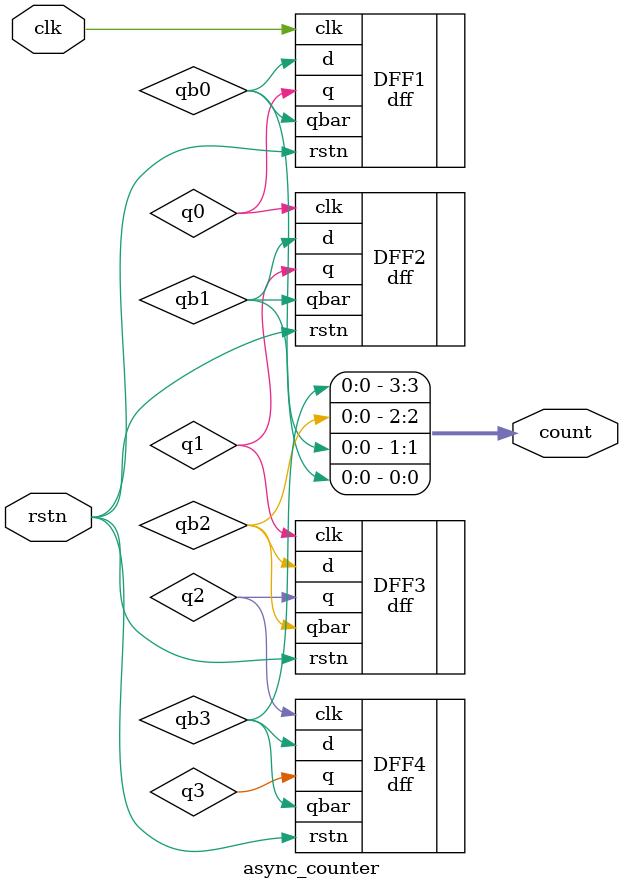
<source format=v>
module async_counter(input clk,
					 input rstn,
					 output [3:0] count);

wire q0,qb0,q1,qb1,q2,qb2,q3,qb3;

dff DFF1(.d(qb0),
		 .clk(clk),
		 .rstn(rstn),
		 .q(q0),
		 .qbar(qb0));
dff DFF2 (.d(qb1),
		 .clk(q0),
		 .rstn(rstn),
		 .q(q1),
		 .qbar(qb1));
dff DFF3 (.d(qb2),
		 .clk(q1),
		 .rstn(rstn),
		 .q(q2),
		 .qbar(qb2));
dff DFF4 (.d(qb3),
		 .clk(q2),
		 .rstn(rstn),
		 .q(q3),
		 .qbar(qb3));

assign count = {qb3, qb2, qb1, qb0};

endmodule
</source>
